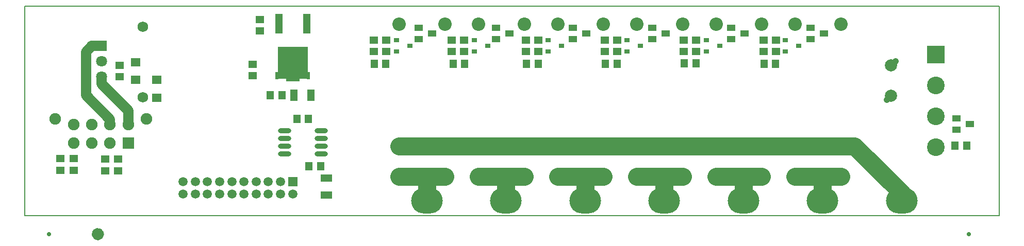
<source format=gbs>
%FSLAX25Y25*%
%MOIN*%
G70*
G01*
G75*
G04 Layer_Color=16711935*
%ADD10C,0.03937*%
%ADD11R,0.07874X0.11024*%
%ADD12C,0.03937*%
%ADD13R,0.03937X0.09055*%
%ADD14R,0.09055X0.11024*%
%ADD15R,0.04724X0.03937*%
%ADD16R,0.03937X0.04724*%
%ADD17R,0.04724X0.05512*%
%ADD18R,0.06693X0.03740*%
%ADD19R,0.09843X0.07087*%
%ADD20C,0.03000*%
%ADD21C,0.00800*%
%ADD22C,0.06000*%
%ADD23C,0.04000*%
%ADD24C,0.01000*%
%ADD25C,0.02000*%
%ADD26C,0.11000*%
%ADD27C,0.00500*%
%ADD28C,0.01969*%
%ADD29R,0.06693X0.06693*%
%ADD30C,0.06693*%
%ADD31O,0.19685X0.15748*%
%ADD32C,0.06102*%
%ADD33R,0.06299X0.06299*%
%ADD34C,0.06299*%
%ADD35C,0.07087*%
%ADD36C,0.07874*%
%ADD37C,0.10630*%
%ADD38R,0.10630X0.10630*%
%ADD39R,0.05118X0.05118*%
%ADD40C,0.05118*%
%ADD41C,0.03600*%
%ADD42C,0.02400*%
%ADD43R,0.05512X0.04724*%
%ADD44R,0.01575X0.03937*%
%ADD45R,0.07874X0.01575*%
%ADD46R,0.03937X0.11811*%
%ADD47R,0.18898X0.20079*%
%ADD48R,0.04724X0.03150*%
%ADD49R,0.02953X0.02362*%
%ADD50R,0.03740X0.06693*%
%ADD51O,0.07874X0.02402*%
%ADD52O,0.07874X0.02400*%
%ADD53C,0.01500*%
%ADD54C,0.00787*%
%ADD55C,0.00984*%
%ADD56C,0.11811*%
%ADD57R,0.17323X0.01378*%
%ADD58C,0.05906*%
%ADD59R,0.08674X0.11824*%
%ADD60C,0.04737*%
%ADD61R,0.04737X0.09855*%
%ADD62R,0.09855X0.11824*%
%ADD63R,0.05524X0.04737*%
%ADD64R,0.04737X0.05524*%
%ADD65R,0.05524X0.06312*%
%ADD66R,0.07493X0.04540*%
%ADD67R,0.10642X0.07887*%
%ADD68C,0.02769*%
%ADD69R,0.07493X0.07493*%
%ADD70C,0.07493*%
%ADD71O,0.20485X0.16548*%
%ADD72C,0.06902*%
%ADD73R,0.07099X0.07099*%
%ADD74C,0.07099*%
%ADD75C,0.07887*%
%ADD76C,0.08674*%
%ADD77C,0.11430*%
%ADD78R,0.11430X0.11430*%
%ADD79R,0.05918X0.05918*%
%ADD80C,0.05918*%
%ADD81R,0.06312X0.05524*%
%ADD82R,0.02375X0.04737*%
%ADD83R,0.08674X0.02375*%
%ADD84R,0.04737X0.12611*%
%ADD85R,0.19698X0.20879*%
%ADD86R,0.05524X0.03950*%
%ADD87R,0.03753X0.03162*%
%ADD88R,0.04540X0.07493*%
%ADD89O,0.08674X0.03202*%
%ADD90O,0.08674X0.03200*%
%ADD91C,0.06800*%
%ADD92C,0.11800*%
D10*
X-72666Y74972D02*
X-69882Y77756D01*
Y97362D02*
X-67098Y100146D01*
D27*
X-629921Y0D02*
Y135827D01*
X-0Y0D02*
X0Y0D01*
X-629921Y135827D02*
X0D01*
Y0D02*
Y135827D01*
X-629921Y0D02*
X-0D01*
D58*
X-581693Y-11811D02*
G03*
X-581693Y-11811I-984J0D01*
G01*
D60*
X-582677Y-11811D02*
D03*
D63*
X-482600Y98140D02*
D03*
Y90660D02*
D03*
X-144291Y113772D02*
D03*
Y106291D02*
D03*
X-203791Y113772D02*
D03*
Y106291D02*
D03*
X-477800Y127140D02*
D03*
Y119660D02*
D03*
X-598400Y29560D02*
D03*
Y37040D02*
D03*
X-152291Y106291D02*
D03*
Y113772D02*
D03*
X-195791Y106291D02*
D03*
Y113772D02*
D03*
X-246791D02*
D03*
Y106291D02*
D03*
X-254791D02*
D03*
Y113772D02*
D03*
X-297791D02*
D03*
Y106291D02*
D03*
X-305791D02*
D03*
Y113772D02*
D03*
X-345791D02*
D03*
Y106291D02*
D03*
X-353791D02*
D03*
Y113772D02*
D03*
X-396291D02*
D03*
Y106291D02*
D03*
X-404291D02*
D03*
Y113772D02*
D03*
X-568500Y97440D02*
D03*
Y89960D02*
D03*
X-578000Y29160D02*
D03*
Y36640D02*
D03*
X-606800Y29560D02*
D03*
Y37040D02*
D03*
X-569700Y29160D02*
D03*
Y36640D02*
D03*
D64*
X-21060Y45400D02*
D03*
X-28540D02*
D03*
X-152032Y98532D02*
D03*
X-144551D02*
D03*
X-203532Y98732D02*
D03*
X-196051D02*
D03*
X-254532Y98532D02*
D03*
X-247051D02*
D03*
X-305532D02*
D03*
X-298051D02*
D03*
X-353031D02*
D03*
X-345551D02*
D03*
X-404032D02*
D03*
X-396551D02*
D03*
X-453940Y62900D02*
D03*
X-446460D02*
D03*
X-438760Y32100D02*
D03*
X-446240D02*
D03*
X-463700Y78000D02*
D03*
X-471180D02*
D03*
D66*
X-435100Y24512D02*
D03*
Y13488D02*
D03*
D68*
X-19685Y-11811D02*
D03*
X-614173D02*
D03*
D69*
X-562992Y47244D02*
D03*
D70*
X-574803D02*
D03*
X-586614D02*
D03*
X-598425D02*
D03*
Y59055D02*
D03*
X-586614D02*
D03*
X-574803D02*
D03*
X-562992D02*
D03*
X-551181Y62756D02*
D03*
X-610236D02*
D03*
D71*
X-216535Y9843D02*
D03*
X-165354D02*
D03*
X-318898D02*
D03*
X-267717D02*
D03*
X-114173D02*
D03*
X-62992D02*
D03*
X-370079D02*
D03*
D72*
X-553500Y122515D02*
D03*
Y76885D02*
D03*
D73*
X-580300Y110100D02*
D03*
D74*
Y100100D02*
D03*
Y90100D02*
D03*
D75*
X-69882Y97441D02*
D03*
Y77756D02*
D03*
D76*
X-358268Y25591D02*
D03*
X-387795Y45276D02*
D03*
X-358268D02*
D03*
X-387795Y124016D02*
D03*
Y25591D02*
D03*
X-358268Y124016D02*
D03*
X-307087Y25591D02*
D03*
X-336614Y45276D02*
D03*
X-307087D02*
D03*
X-336614Y124016D02*
D03*
Y25591D02*
D03*
X-307087Y124016D02*
D03*
X-255906Y25591D02*
D03*
X-285433Y45276D02*
D03*
X-255906D02*
D03*
X-285433Y124016D02*
D03*
Y25591D02*
D03*
X-255906Y124016D02*
D03*
X-204724Y25591D02*
D03*
X-234252Y45276D02*
D03*
X-204724D02*
D03*
X-234252Y124016D02*
D03*
Y25591D02*
D03*
X-204724Y124016D02*
D03*
X-153543Y25591D02*
D03*
X-183071Y45276D02*
D03*
X-153543D02*
D03*
X-183071Y124016D02*
D03*
Y25591D02*
D03*
X-153543Y124016D02*
D03*
X-102362Y25591D02*
D03*
X-131890Y45276D02*
D03*
X-102362D02*
D03*
X-131890Y124016D02*
D03*
Y25591D02*
D03*
X-102362Y124016D02*
D03*
D77*
X-40900Y84300D02*
D03*
Y64300D02*
D03*
Y44300D02*
D03*
D78*
Y104300D02*
D03*
D79*
X-456693Y22047D02*
D03*
D80*
X-464567D02*
D03*
X-472441D02*
D03*
X-480315D02*
D03*
X-488189D02*
D03*
X-496063D02*
D03*
X-503937D02*
D03*
X-511811D02*
D03*
X-519685D02*
D03*
X-527559D02*
D03*
Y14173D02*
D03*
X-519685D02*
D03*
X-511811D02*
D03*
X-503937D02*
D03*
X-496063D02*
D03*
X-488189D02*
D03*
X-480315D02*
D03*
X-472441D02*
D03*
X-464567D02*
D03*
X-456693D02*
D03*
D81*
X-544700Y88009D02*
D03*
Y76591D02*
D03*
X-558200Y88191D02*
D03*
Y99609D02*
D03*
D82*
X-446457Y90945D02*
D03*
X-466929D02*
D03*
D83*
X-456693Y88189D02*
D03*
D84*
X-447697Y124409D02*
D03*
X-465689D02*
D03*
D85*
X-456693Y99016D02*
D03*
D86*
X-19075Y59400D02*
D03*
X-27737Y55660D02*
D03*
Y63140D02*
D03*
X-113386Y118032D02*
D03*
X-122047Y114292D02*
D03*
Y121772D02*
D03*
X-164567Y118032D02*
D03*
X-173228Y114292D02*
D03*
Y121772D02*
D03*
X-215748Y118032D02*
D03*
X-224409Y114292D02*
D03*
Y121772D02*
D03*
X-266929Y118032D02*
D03*
X-275590Y114292D02*
D03*
Y121772D02*
D03*
X-316567Y118032D02*
D03*
X-325228Y114292D02*
D03*
Y121772D02*
D03*
X-366567Y118032D02*
D03*
X-375228Y114292D02*
D03*
Y121772D02*
D03*
D87*
X-138189Y106291D02*
D03*
Y113772D02*
D03*
X-129528Y110032D02*
D03*
X-189370Y106291D02*
D03*
Y113772D02*
D03*
X-180709Y110032D02*
D03*
X-240551Y106291D02*
D03*
Y113772D02*
D03*
X-231890Y110032D02*
D03*
X-291732Y106291D02*
D03*
Y113772D02*
D03*
X-283071Y110032D02*
D03*
X-339122Y106291D02*
D03*
Y113772D02*
D03*
X-330461Y110032D02*
D03*
X-389622Y106291D02*
D03*
Y113772D02*
D03*
X-380961Y110032D02*
D03*
D88*
X-445076Y78100D02*
D03*
X-456100D02*
D03*
D89*
X-438378Y40000D02*
D03*
X-462000Y45000D02*
D03*
D90*
X-438378D02*
D03*
Y50000D02*
D03*
Y55000D02*
D03*
X-462000D02*
D03*
Y50000D02*
D03*
Y40000D02*
D03*
D91*
X-562992Y59055D02*
Y68092D01*
X-580300Y85400D02*
X-562992Y68092D01*
X-580300Y85400D02*
Y90100D01*
X-574803Y59055D02*
Y62603D01*
X-590400Y78200D02*
X-574803Y62603D01*
X-590400Y78200D02*
Y106200D01*
X-586500Y110100D01*
X-580300D01*
D92*
X-370079Y9843D02*
Y24978D01*
X-387795Y25591D02*
X-358268D01*
X-318898Y9843D02*
Y23997D01*
X-336614Y25591D02*
X-307087D01*
X-267717Y9843D02*
Y24016D01*
X-285433Y25591D02*
X-255906D01*
X-216535Y9843D02*
Y23835D01*
X-234252Y25591D02*
X-204724D01*
X-165354Y9843D02*
Y23654D01*
X-183071Y25591D02*
X-153543D01*
X-114173Y9843D02*
Y24473D01*
X-131890Y25591D02*
X-102362D01*
X-387795Y45276D02*
X-358268D01*
X-336614D01*
X-307087D01*
X-285433D01*
X-255906D01*
X-234252D01*
X-204724D01*
X-183071D01*
X-153543D01*
X-131890D01*
X-102362D01*
X-93536D01*
X-62992Y14732D01*
Y9843D02*
Y14732D01*
M02*

</source>
